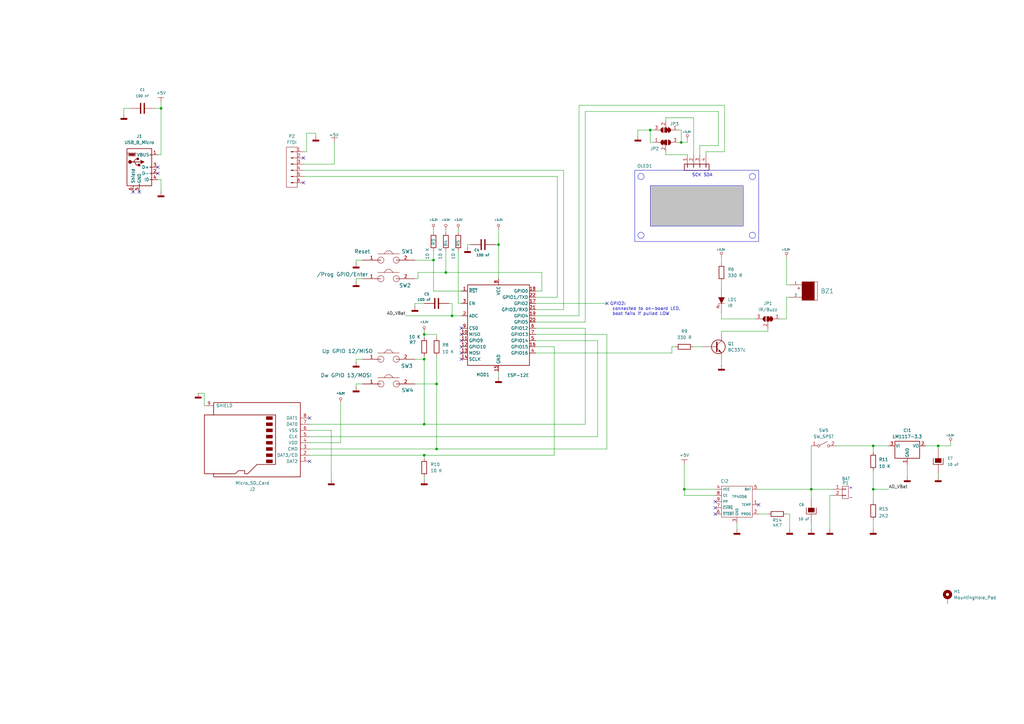
<source format=kicad_sch>
(kicad_sch (version 20250114) (generator "eeschema") (generator_version "9.0")
  (paper "A3")
  (title_block (title "Badge Garoa v2") (date "2025-08-06") (rev "2"))
  (lib_symbols
    (symbol "Connector:Micro_SD_Card" (pin_names (offset 1.016))
      (property "Reference" "J" (at -16.51 15.24 0))
      (property "Value" "Micro_SD_Card" (at 16.51 15.24 0))
      (symbol "Micro_SD_Card_0_1"
        (rectangle (start -7.62 8.255) (end -5.08 6.985) (fill (type outline)))
        (rectangle (start -7.62 5.715) (end -5.08 4.445) (fill (type outline)))
        (rectangle (start -7.62 3.175) (end -5.08 1.905) (fill (type outline)))
        (rectangle (start -7.62 0.635) (end -5.08 -0.635) (fill (type outline)))
        (rectangle (start -7.62 -1.905) (end -5.08 -3.175) (fill (type outline)))
        (rectangle (start -7.62 -4.445) (end -5.08 -5.715) (fill (type outline)))
        (rectangle (start -7.62 -6.985) (end -5.08 -8.255) (fill (type outline)))
        (rectangle (start -7.62 -9.525) (end -5.08 -10.795) (fill (type outline)))
        (polyline (pts (xy 16.51 12.7) (xy 16.51 13.97) (xy -19.05 13.97) (xy -19.05 -16.51) (xy 16.51 -16.51) (xy 16.51 -11.43)) (stroke (width 0.254)))
      )
      (symbol "Micro_SD_Card_1_1"
        (polyline (pts (xy -8.89 -11.43) (xy -8.89 8.89) (xy -1.27 8.89) (xy 2.54 12.7) (xy 3.81 12.7) (xy 3.81 11.43) (xy 6.35 11.43) (xy 7.62 12.7) (xy 20.32 12.7) (xy 20.32 -11.43) (xy -8.89 -11.43)) (stroke (width 0.254)))
        (pin bidirectional line (at -22.86 7.62 0) (length 3.81) (name "DAT2") (number "1"))
        (pin bidirectional line (at -22.86 5.08 0) (length 3.81) (name "DAT3/CD") (number "2"))
        (pin input line (at -22.86 2.54 0) (length 3.81) (name "CMD") (number "3"))
        (pin power_in line (at -22.86 0 0) (length 3.81) (name "VDD") (number "4"))
        (pin input line (at -22.86 -2.54 0) (length 3.81) (name "CLK") (number "5"))
        (pin power_in line (at -22.86 -5.08 0) (length 3.81) (name "VSS") (number "6"))
        (pin bidirectional line (at -22.86 -7.62 0) (length 3.81) (name "DAT0") (number "7"))
        (pin bidirectional line (at -22.86 -10.16 0) (length 3.81) (name "DAT1") (number "8"))
        (pin passive line (at 20.32 -15.24 180) (length 3.81) (name "SHIELD") (number "9"))
      )
    )
    (symbol "Connector:USB_B_Micro" (pin_names (offset 1.016))
      (property "Reference" "J" (at -5.08 11.43 0))
      (property "Value" "USB_B_Micro" (at -5.08 8.89 0))
      (symbol "USB_B_Micro_0_1"
        (polyline (pts (xy -4.699 5.842) (xy -4.699 5.588) (xy -4.445 4.826) (xy -4.445 4.572) (xy -1.651 4.572) (xy -1.651 4.826) (xy -1.397 5.588) (xy -1.397 5.842) (xy -4.699 5.842)))
        (polyline (pts (xy -4.318 5.588) (xy -1.778 5.588) (xy -2.032 4.826) (xy -4.064 4.826) (xy -4.318 5.588)) (fill (type outline)))
        (circle (center -3.81 2.159) (radius 0.635) (stroke (width 0.254)) (fill (type outline)))
        (polyline (pts (xy -3.175 2.159) (xy -2.54 2.159) (xy -1.27 3.429) (xy -0.635 3.429)) (stroke (width 0.254)))
        (polyline (pts (xy -2.54 2.159) (xy -1.905 2.159) (xy -1.27 0.889) (xy 0 0.889)) (stroke (width 0.254)))
        (polyline (pts (xy -1.905 2.159) (xy 0.635 2.159)) (stroke (width 0.254)))
        (circle (center -0.635 3.429) (radius 0.381) (stroke (width 0.254)) (fill (type outline)))
        (rectangle (start -0.127 -7.62) (end 0.127 -6.858))
        (rectangle (start 0.254 1.27) (end -0.508 0.508) (stroke (width 0.254)) (fill (type outline)))
        (polyline (pts (xy 0.635 2.794) (xy 0.635 1.524) (xy 1.905 2.159) (xy 0.635 2.794)) (stroke (width 0.254)) (fill (type outline)))
        (rectangle (start 5.08 4.953) (end 4.318 5.207))
        (rectangle (start 5.08 -0.127) (end 4.318 0.127))
        (rectangle (start 5.08 -2.667) (end 4.318 -2.413))
        (rectangle (start 5.08 -5.207) (end 4.318 -4.953))
      )
      (symbol "USB_B_Micro_1_1"
        (rectangle (start -5.08 7.62) (end 5.08 -7.62) (stroke (width 0.254)))
        (pin passive line (at -2.54 -10.16 90) (length 2.54) (name "Shield") (number "6"))
        (pin power_out line (at 0 -10.16 90) (length 2.54) (name "GND") (number "5"))
        (pin power_out line (at 7.62 5.08 180) (length 2.54) (name "VBUS") (number "1"))
        (pin bidirectional line (at 7.62 0 180) (length 2.54) (name "D+") (number "3"))
        (pin bidirectional line (at 7.62 -2.54 180) (length 2.54) (name "D-") (number "2"))
        (pin passive line (at 7.62 -5.08 180) (length 2.54) (name "ID") (number "4"))
      )
    )
    (symbol "Device:R" (pin_numbers (hide yes)) (pin_names (offset 0))
      (property "Reference" "R" (at 2.032 0 90))
      (property "Value" "R" (at 0 0 90))
      (symbol "R_0_1"
        (rectangle (start -1.016 -2.54) (end 1.016 2.54) (stroke (width 0.254)))
      )
      (symbol "R_1_1"
        (pin passive line (at 0 3.81 270) (length 1.27) (name "~") (number "1"))
        (pin passive line (at 0 -3.81 90) (length 1.27) (name "~") (number "2"))
      )
    )
    (symbol "FLEXiSG3-R1-cache:BUZZER" (pin_numbers (hide yes)) (pin_names (offset 0))
      (property "Reference" "BZ" (at -2.54 6.35 0))
      (symbol "BUZZER_0_0"
        (polyline (pts (xy -2.54 3.81) (xy 2.54 3.81) (xy 2.54 -3.81) (xy -2.54 -3.81) (xy -2.54 3.81)) (fill (type outline)))
        (text "+" (at -3.81 1.27 0) (effects (font (size 1.524 1.524))))
      )
      (symbol "BUZZER_0_1"
        (rectangle (start 2.54 3.81) (end 3.81 -3.81))
      )
      (symbol "BUZZER_1_1"
        (pin input line (at -7.62 2.54 0) (length 5.08) (name "1") (number "1"))
        (pin input line (at -7.62 -2.54 0) (length 5.08) (name "2") (number "2"))
      )
    )
    (symbol "FLEXiSG3-R1-cache:C" (pin_numbers (hide yes)) (pin_names (offset 0.254))
      (property "Reference" "C" (at 0 2.54 0))
      (property "Value" "C" (at 0.1524 -2.159 0))
      (symbol "C_0_1"
        (polyline (pts (xy -2.032 0.762) (xy 2.032 0.762)) (stroke (width 0.508)))
        (polyline (pts (xy -2.032 -0.762) (xy 2.032 -0.762)) (stroke (width 0.508)))
      )
      (symbol "C_1_1"
        (pin passive line (at 0 5.08 270) (length 4.318) (name "~") (number "1"))
        (pin passive line (at 0 -5.08 90) (length 4.318) (name "~") (number "2"))
      )
    )
    (symbol "FLEXiSG3-R1-cache:CONN_01X02" (pin_names (offset 1.016) (hide yes))
      (property "Reference" "P" (at 0 3.81 0))
      (property "Value" "CONN_01X02" (at 2.54 0 90))
      (symbol "CONN_01X02_0_1"
        (rectangle (start -1.27 2.54) (end 1.27 -2.54))
        (rectangle (start -1.27 1.397) (end 0.254 1.143))
        (rectangle (start -1.27 -1.143) (end 0.254 -1.397))
      )
      (symbol "CONN_01X02_1_1"
        (pin passive line (at -5.08 1.27 0) (length 3.81) (name "P1") (number "1"))
        (pin passive line (at -5.08 -1.27 0) (length 3.81) (name "P2") (number "2"))
      )
    )
    (symbol "Flexis PLUS-cache:CP" (pin_numbers (hide yes)) (pin_names (offset 0.254) (hide yes))
      (property "Reference" "C" (at 1.27 2.54 0))
      (property "Value" "CP" (at 1.27 -2.54 0))
      (symbol "CP_0_1"
        (polyline (pts (xy -2.032 1.27) (xy -2.032 -1.27) (xy 2.032 -1.27) (xy 2.032 1.27)) (stroke (width 0.2032)))
        (polyline (pts (xy -1.27 1.27) (xy -1.27 -0.508) (xy 1.27 -0.508) (xy 1.27 1.27)) (fill (type outline)))
      )
      (symbol "CP_1_1"
        (pin passive line (at 0 5.08 270) (length 3.81) (name "~") (number "1"))
        (pin passive line (at 0 -5.08 90) (length 3.81) (name "~") (number "2"))
      )
    )
    (symbol "Flexis PLUS-cache:SWITCH" (pin_names (offset 1.016))
      (property "Reference" "SW" (at 0 0 0))
      (property "Value" "SWITCH" (at 0 3.81 0))
      (symbol "SWITCH_0_1"
        (circle (center -3.81 -6.35) (radius 1.27))
        (polyline (pts (xy -2.54 -3.81) (xy -1.27 -2.54) (xy 0 -2.54) (xy 1.27 -3.81)))
        (circle (center 2.54 -6.35) (radius 1.27))
        (rectangle (start 3.81 -3.81) (end -5.08 -3.81))
      )
      (symbol "SWITCH_1_1"
        (pin passive line (at -11.43 -6.35 0) (length 7.62) (name "~") (number "1"))
        (pin passive line (at 10.16 -6.35 180) (length 7.62) (name "~") (number "2"))
      )
    )
    (symbol "Jumper:SolderJumper_3_Bridged12" (pin_names (offset 0) (hide yes)) (exclude_from_sim yes) (in_bom no)
      (property "Reference" "JP" (at -2.54 -2.54 0))
      (property "Value" "SolderJumper_3_Bridged12" (at 0 2.794 0))
      (symbol "SolderJumper_3_Bridged12_0_1"
        (polyline (pts (xy -2.54 0) (xy -2.032 0)))
        (polyline (pts (xy -1.016 1.016) (xy -1.016 -1.016)))
        (rectangle (start -1.016 0.508) (end -0.508 -0.508) (fill (type outline)))
        (arc (start -1.016 -1.016) (mid -2.0276 0) (end -1.016 1.016))
        (arc (start -1.016 -1.016) (mid -2.0276 0) (end -1.016 1.016) (fill (type outline)))
        (rectangle (start -0.508 1.016) (end 0.508 -1.016) (fill (type outline)))
        (polyline (pts (xy 0 -1.27) (xy 0 -1.016)))
        (arc (start 1.016 1.016) (mid 2.0276 0) (end 1.016 -1.016))
        (arc (start 1.016 1.016) (mid 2.0276 0) (end 1.016 -1.016) (fill (type outline)))
        (polyline (pts (xy 1.016 1.016) (xy 1.016 -1.016)))
        (polyline (pts (xy 2.54 0) (xy 2.032 0)))
      )
      (symbol "SolderJumper_3_Bridged12_1_1"
        (pin passive line (at -5.08 0 0) (length 2.54) (name "A") (number "1"))
        (pin passive line (at 0 -3.81 90) (length 2.54) (name "C") (number "2"))
        (pin passive line (at 5.08 0 180) (length 2.54) (name "B") (number "3"))
      )
    )
    (symbol "Lib_MAC_SCH (2):+3.3V" (power) (pin_numbers (hide yes)) (pin_names (offset 0) (hide yes))
      (property "Value" "+3.3V" (at 0 2.54 0))
      (symbol "+3.3V_0_0"
        (pin power_in line (at 0 0 90) (length 0) (hide yes) (name "+3.3V") (number "1"))
      )
      (symbol "+3.3V_0_1"
        (circle (center 0 1.524) (radius 0.508))
        (polyline (pts (xy 0 0) (xy 0 1.016) (xy 0 1.016)))
      )
    )
    (symbol "Lib_MAC_SCH (2):+5V" (power) (pin_numbers (hide yes)) (pin_names (offset 0) (hide yes))
      (property "Value" "+5V" (at 0 3.175 0))
      (symbol "+5V_0_1"
        (polyline (pts (xy -1.27 1.905) (xy 1.27 1.905)))
        (polyline (pts (xy 0 1.27) (xy 0 1.905)))
      )
      (symbol "+5V_1_1"
        (pin power_in line (at 0 0 90) (length 1.27) (name "+5V") (number "1"))
      )
    )
    (symbol "Lib_MAC_SCH (2):BC337c" (pin_numbers (hide yes)) (pin_names (offset 0) (hide yes))
      (property "Reference" "Q" (at 5.08 1.905 0))
      (property "Value" "BC337c" (at 5.08 0 0))
      (symbol "BC337c_0_1"
        (polyline (pts (xy 0 0) (xy 0.635 0)))
        (polyline (pts (xy 0.635 1.905) (xy 0.635 -1.905) (xy 0.635 -1.905)) (stroke (width 0.508)))
        (polyline (pts (xy 0.635 0.635) (xy 2.54 2.54)))
        (polyline (pts (xy 0.635 -0.635) (xy 2.54 -2.54) (xy 2.54 -2.54)))
        (circle (center 1.27 0) (radius 2.8194) (stroke (width 0.254)))
        (polyline (pts (xy 1.27 -1.778) (xy 1.778 -1.27) (xy 2.286 -2.286) (xy 1.27 -1.778) (xy 1.27 -1.778)) (fill (type outline)))
      )
      (symbol "BC337c_1_1"
        (pin input line (at -5.08 0 0) (length 5.08) (name "B") (number "2"))
        (pin passive line (at 2.54 5.08 270) (length 2.54) (name "C") (number "1"))
        (pin passive line (at 2.54 -5.08 90) (length 2.54) (name "E") (number "3"))
      )
    )
    (symbol "Lib_MAC_SCH (2):Conn_01x04" (pin_names (offset 1.016) (hide yes))
      (property "Reference" "P" (at 0 5.08 0))
      (symbol "Conn_01x04_1_1"
        (rectangle (start -1.27 3.81) (end 1.27 -6.35) (stroke (width 0.254)))
        (rectangle (start -1.27 2.667) (end 0 2.413) (stroke (width 0.1524)))
        (rectangle (start -1.27 0.127) (end 0 -0.127) (stroke (width 0.1524)))
        (rectangle (start -1.27 -2.413) (end 0 -2.667) (stroke (width 0.1524)))
        (rectangle (start -1.27 -4.953) (end 0 -5.207) (stroke (width 0.1524)))
        (pin passive line (at -5.08 2.54 0) (length 3.81) (name "Pin_1") (number "1"))
        (pin passive line (at -5.08 0 0) (length 3.81) (name "Pin_2") (number "2"))
        (pin passive line (at -5.08 -2.54 0) (length 3.81) (name "Pin_3") (number "3"))
        (pin passive line (at -5.08 -5.08 0) (length 3.81) (name "Pin_4") (number "4"))
      )
    )
    (symbol "Lib_MAC_SCH (2):Conn_01x06" (pin_names (offset 1.016) (hide yes))
      (property "Reference" "P" (at -1.27 8.255 0))
      (property "Value" "Conn_01x06" (at 3.81 -10.795 0))
      (symbol "Conn_01x06_0_1"
        (rectangle (start -1.905 6.985) (end 2.54 -9.525))
      )
      (symbol "Conn_01x06_1_1"
        (rectangle (start 0.8636 5.207) (end 0 4.953) (stroke (width 0.1524)) (fill (type outline)))
        (rectangle (start 0.8636 2.667) (end 0 2.413) (stroke (width 0.1524)) (fill (type outline)))
        (rectangle (start 0.8636 0.127) (end 0 -0.127) (stroke (width 0.1524)) (fill (type outline)))
        (rectangle (start 0.8636 -2.413) (end 0 -2.667) (stroke (width 0.1524)) (fill (type outline)))
        (rectangle (start 0.8636 -4.953) (end 0 -5.207) (stroke (width 0.1524)) (fill (type outline)))
        (rectangle (start 0.8636 -7.493) (end 0 -7.747) (stroke (width 0.1524)) (fill (type outline)))
        (polyline (pts (xy 1.27 5.08) (xy 0.8636 5.08)) (stroke (width 0.1524)))
        (polyline (pts (xy 1.27 2.54) (xy 0.8636 2.54)) (stroke (width 0.1524)))
        (polyline (pts (xy 1.27 0) (xy 0.8636 0)) (stroke (width 0.1524)))
        (polyline (pts (xy 1.27 -2.54) (xy 0.8636 -2.54)) (stroke (width 0.1524)))
        (polyline (pts (xy 1.27 -5.08) (xy 0.8636 -5.08)) (stroke (width 0.1524)))
        (polyline (pts (xy 1.27 -7.62) (xy 0.8636 -7.62)) (stroke (width 0.1524)))
        (pin passive line (at 5.08 5.08 180) (length 3.81) (name "Pin_1") (number "1"))
        (pin passive line (at 5.08 2.54 180) (length 3.81) (name "Pin_2") (number "2"))
        (pin passive line (at 5.08 0 180) (length 3.81) (name "Pin_3") (number "3"))
        (pin passive line (at 5.08 -2.54 180) (length 3.81) (name "Pin_4") (number "4"))
        (pin passive line (at 5.08 -5.08 180) (length 3.81) (name "Pin_5") (number "5"))
        (pin passive line (at 5.08 -7.62 180) (length 3.81) (name "Pin_6") (number "6"))
      )
    )
    (symbol "Lib_MAC_SCH (2):LED_GERAL" (pin_numbers (hide yes)) (pin_names (offset 1.016) (hide yes))
      (property "Reference" "LD" (at 0 2.54 0))
      (property "Value" "LED_GERAL" (at 0 -2.54 0))
      (symbol "LED_GERAL_0_1"
        (polyline (pts (xy -1.27 1.27) (xy 1.27 0) (xy -1.27 -1.27)) (fill (type outline)))
        (polyline (pts (xy 1.27 1.27) (xy 1.27 -1.27)))
        (polyline (pts (xy 1.651 -1.016) (xy 2.794 -2.032) (xy 2.667 -1.397)))
        (polyline (pts (xy 2.032 -0.635) (xy 3.175 -1.651) (xy 3.048 -1.016)))
      )
      (symbol "LED_GERAL_1_1"
        (pin passive line (at -5.08 0 0) (length 3.81) (name "A") (number "1"))
        (pin passive line (at 5.08 0 180) (length 3.81) (name "K") (number "2"))
      )
    )
    (symbol "Lib_MAC_Sch:LM1117-3.3" (pin_names (offset 0.254))
      (property "Reference" "CI" (at -3.81 3.175 0))
      (property "Value" "LM1117-3.3" (at 0 3.175 0))
      (symbol "LM1117-3.3_0_1"
        (rectangle (start -5.08 -5.08) (end 5.08 1.905) (stroke (width 0.254)))
      )
      (symbol "LM1117-3.3_1_1"
        (pin power_in line (at -7.62 0 0) (length 2.54) (name "VI") (number "3"))
        (pin power_in line (at 0 -7.62 90) (length 2.54) (name "GND") (number "1"))
        (pin power_out line (at 7.62 0 180) (length 2.54) (name "VO") (number "2"))
      )
    )
    (symbol "Mechanical:MountingHole_Pad" (pin_numbers (hide yes)) (pin_names (offset 1.016) (hide yes)) (exclude_from_sim yes) (in_bom no)
      (property "Reference" "H" (at 0 6.35 0))
      (property "Value" "MountingHole_Pad" (at 0 4.445 0))
      (symbol "MountingHole_Pad_0_1"
        (circle (center 0 1.27) (radius 1.27) (stroke (width 1.27)))
      )
      (symbol "MountingHole_Pad_1_1"
        (pin input line (at 0 -2.54 90) (length 2.54) (name "1") (number "1"))
      )
    )
    (symbol "RF_Module:ESP-12E"
      (property "Reference" "U" (at -12.7 19.05 0))
      (property "Value" "ESP-12E" (at 12.7 19.05 0))
      (symbol "ESP-12E_1_1"
        (rectangle (start -12.7 17.78) (end 12.7 -15.24) (stroke (width 0.254)))
        (pin input line (at -15.24 15.24 0) (length 2.54) (name "~{RST}") (number "1"))
        (pin input line (at -15.24 10.16 0) (length 2.54) (name "EN") (number "3"))
        (pin input line (at -15.24 5.08 0) (length 2.54) (name "ADC") (number "2"))
        (pin input line (at -15.24 0 0) (length 2.54) (name "CS0") (number "9"))
        (pin bidirectional line (at -15.24 -2.54 0) (length 2.54) (name "MISO") (number "10"))
        (pin bidirectional line (at -15.24 -5.08 0) (length 2.54) (name "GPIO9") (number "11"))
        (pin bidirectional line (at -15.24 -7.62 0) (length 2.54) (name "GPIO10") (number "12"))
        (pin bidirectional line (at -15.24 -10.16 0) (length 2.54) (name "MOSI") (number "13"))
        (pin bidirectional line (at -15.24 -12.7 0) (length 2.54) (name "SCLK") (number "14"))
        (pin power_in line (at 0 20.32 270) (length 2.54) (name "VCC") (number "8"))
        (pin power_in line (at 0 -17.78 90) (length 2.54) (name "GND") (number "15"))
        (pin bidirectional line (at 15.24 15.24 180) (length 2.54) (name "GPIO0") (number "18"))
        (pin bidirectional line (at 15.24 12.7 180) (length 2.54) (name "GPIO1/TXD") (number "22"))
        (pin bidirectional line (at 15.24 10.16 180) (length 2.54) (name "GPIO2") (number "17"))
        (pin bidirectional line (at 15.24 7.62 180) (length 2.54) (name "GPIO3/RXD") (number "21"))
        (pin bidirectional line (at 15.24 5.08 180) (length 2.54) (name "GPIO4") (number "19"))
        (pin bidirectional line (at 15.24 2.54 180) (length 2.54) (name "GPIO5") (number "20"))
        (pin bidirectional line (at 15.24 0 180) (length 2.54) (name "GPIO12") (number "6"))
        (pin bidirectional line (at 15.24 -2.54 180) (length 2.54) (name "GPIO13") (number "7"))
        (pin bidirectional line (at 15.24 -5.08 180) (length 2.54) (name "GPIO14") (number "5"))
        (pin bidirectional line (at 15.24 -7.62 180) (length 2.54) (name "GPIO15") (number "16"))
        (pin bidirectional line (at 15.24 -10.16 180) (length 2.54) (name "GPIO16") (number "4"))
      )
    )
    (symbol "Switch:SW_SPST" (pin_names (offset 0) (hide yes))
      (property "Reference" "SW" (at 0 3.175 0))
      (property "Value" "SW_SPST" (at 0 -2.54 0))
      (symbol "SW_SPST_0_0"
        (circle (center -2.032 0) (radius 0.508))
        (polyline (pts (xy -1.524 0.254) (xy 1.524 1.778)))
        (circle (center 2.032 0) (radius 0.508))
      )
      (symbol "SW_SPST_1_1"
        (pin passive line (at -5.08 0 0) (length 2.54) (name "A") (number "1"))
        (pin passive line (at 5.08 0 180) (length 2.54) (name "B") (number "2"))
      )
    )
    (symbol "power:GNDD" (power) (pin_numbers (hide yes)) (pin_names (offset 0) (hide yes))
      (property "Value" "GNDD" (at 0 -3.175 0))
      (symbol "GNDD_0_1"
        (rectangle (start -1.27 -1.524) (end 1.27 -2.032) (stroke (width 0.254)) (fill (type outline)))
        (polyline (pts (xy 0 0) (xy 0 -1.524)))
      )
      (symbol "GNDD_1_1"
        (pin power_in line (at 0 0 270) (length 0) (name "~") (number "1"))
      )
    )
    (symbol "tp4056:TP4056"
      (property "Reference" "U" (at 1.27 13.97 0))
      (property "Value" "TP4056" (at 8.89 13.97 0))
      (symbol "TP4056_0_1"
        (rectangle (start 0 12.7) (end 12.7 0))
      )
      (symbol "TP4056_1_1"
        (pin input line (at -2.54 11.43 0) (length 2.54) (name "VCC") (number "4"))
        (pin input line (at -2.54 8.89 0) (length 2.54) (name "CE") (number "8"))
        (pin input line (at -2.54 6.35 0) (length 2.54) (name "PP") (number "9"))
        (pin input line (at -2.54 3.81 0) (length 2.54) (name "~{CHRG}") (number "7"))
        (pin input line (at -2.54 1.27 0) (length 2.54) (name "~{STDBY}") (number "6"))
        (pin input line (at 6.35 -2.54 90) (length 2.54) (name "GND") (number "3"))
        (pin input line (at 15.24 11.43 180) (length 2.54) (name "BAT") (number "5"))
        (pin input line (at 15.24 5.08 180) (length 2.54) (name "TEMP") (number "1"))
        (pin input line (at 15.24 1.27 180) (length 2.54) (name "PROG") (number "2"))
      )
    )
  )
  (circle (center 308.61 96.52) (radius 1.27))
  (rectangle (start 266.7 76.2) (end 304.8 92.71) (fill (type color) (color 194 194 194 1)))
  (rectangle (start 260.35 69.85) (end 311.15 99.06))
  (circle (center 308.61 72.39) (radius 1.27))
  (circle (center 262.89 96.52) (radius 1.27))
  (circle (center 262.89 72.39) (radius 1.27))
  (text "+\n\n-" (at 348.996 202.184 0) (effects (font (size 1.27 1.27))))
  (text "SCK SDA" (at 288.036 71.882 0) (effects (font (size 1.27 1.27))))
  (text "GPIO2:\n connected to on-board LED, \n boot fails if pulled LOW" (at 250.19 126.746 0) (effects (font (size 1.27 1.27)) (justify left)))
  (junction (at 177.8 106.68))
  (junction (at 280.67 200.66))
  (junction (at 182.88 111.76))
  (junction (at 179.07 184.15))
  (junction (at 279.4 58.42))
  (junction (at 173.99 137.16))
  (junction (at 66.04 44.45))
  (junction (at 358.14 200.66))
  (junction (at 204.47 100.33))
  (junction (at 179.07 157.48))
  (junction (at 173.99 147.32))
  (junction (at 173.99 173.99))
  (junction (at 358.14 182.88))
  (junction (at 266.7 53.34))
  (junction (at 185.42 129.54))
  (junction (at 173.99 186.69))
  (junction (at 384.81 182.88))
  (junction (at 332.74 200.66))
  (no_connect (at 124.46 64.77))
  (no_connect (at 64.77 68.58))
  (no_connect (at 293.37 208.28))
  (no_connect (at 124.46 74.93))
  (no_connect (at 54.61 78.74))
  (no_connect (at 189.23 147.32))
  (no_connect (at 189.23 142.24))
  (no_connect (at 248.92 124.46))
  (no_connect (at 189.23 134.62))
  (no_connect (at 189.23 137.16))
  (no_connect (at 293.37 210.82))
  (no_connect (at 127 171.45))
  (no_connect (at 293.37 205.74))
  (no_connect (at 127 189.23))
  (no_connect (at 64.77 71.12))
  (no_connect (at 57.15 78.74))
  (no_connect (at 189.23 139.7))
  (no_connect (at 189.23 144.78))
  (no_connect (at 311.15 207.01))
  (wire (pts (xy 297.18 43.18) (xy 297.18 62.23)))
  (wire (pts (xy 66.04 63.5) (xy 64.77 63.5)))
  (wire (pts (xy 273.05 63.5) (xy 281.94 63.5)))
  (wire (pts (xy 332.74 200.66) (xy 332.74 204.47)))
  (wire (pts (xy 191.77 100.33) (xy 191.77 101.6)))
  (wire (pts (xy 273.05 62.23) (xy 273.05 63.5)))
  (wire (pts (xy 173.99 186.69) (xy 227.33 186.69)))
  (wire (pts (xy 294.64 45.72) (xy 240.03 45.72)))
  (wire (pts (xy 358.14 182.88) (xy 358.14 185.42)))
  (wire (pts (xy 135.89 176.53) (xy 135.89 196.85)))
  (wire (pts (xy 322.58 130.81) (xy 322.58 121.92)))
  (wire (pts (xy 146.05 157.48) (xy 148.59 157.48)))
  (wire (pts (xy 63.5 44.45) (xy 66.04 44.45)))
  (wire (pts (xy 219.71 127) (xy 231.14 127)))
  (wire (pts (xy 279.4 53.34) (xy 279.4 58.42)))
  (wire (pts (xy 273.05 49.53) (xy 273.05 48.26)))
  (wire (pts (xy 204.47 152.4) (xy 204.47 154.94)))
  (wire (pts (xy 332.74 182.88) (xy 332.74 200.66)))
  (wire (pts (xy 219.71 139.7) (xy 245.11 139.7)))
  (wire (pts (xy 322.58 121.92) (xy 323.85 121.92)))
  (wire (pts (xy 245.11 139.7) (xy 245.11 179.07)))
  (wire (pts (xy 340.36 203.2) (xy 341.63 203.2)))
  (wire (pts (xy 124.46 62.23) (xy 125.73 62.23)))
  (wire (pts (xy 248.92 137.16) (xy 248.92 184.15)))
  (wire (pts (xy 384.81 182.88) (xy 384.81 184.15)))
  (wire (pts (xy 293.37 203.2) (xy 280.67 203.2)))
  (wire (pts (xy 83.82 161.29) (xy 83.82 166.37)))
  (wire (pts (xy 127 179.07) (xy 245.11 179.07)))
  (wire (pts (xy 166.37 129.54) (xy 185.42 129.54)))
  (wire (pts (xy 170.18 106.68) (xy 177.8 106.68)))
  (wire (pts (xy 204.47 93.98) (xy 204.47 100.33)))
  (wire (pts (xy 280.67 203.2) (xy 280.67 200.66)))
  (wire (pts (xy 179.07 157.48) (xy 179.07 184.15)))
  (wire (pts (xy 289.56 62.23) (xy 289.56 63.5)))
  (wire (pts (xy 372.11 190.5) (xy 372.11 195.58)))
  (wire (pts (xy 127 184.15) (xy 179.07 184.15)))
  (wire (pts (xy 50.8 46.99) (xy 50.8 44.45)))
  (wire (pts (xy 219.71 134.62) (xy 240.03 134.62)))
  (wire (pts (xy 179.07 146.05) (xy 179.07 157.48)))
  (wire (pts (xy 127 181.61) (xy 139.7 181.61)))
  (wire (pts (xy 219.71 124.46) (xy 248.92 124.46)))
  (wire (pts (xy 146.05 158.75) (xy 146.05 157.48)))
  (wire (pts (xy 66.04 41.91) (xy 66.04 44.45)))
  (wire (pts (xy 261.62 53.34) (xy 266.7 53.34)))
  (wire (pts (xy 124.46 67.31) (xy 137.16 67.31)))
  (wire (pts (xy 295.91 115.57) (xy 295.91 118.11)))
  (wire (pts (xy 227.33 142.24) (xy 227.33 186.69)))
  (wire (pts (xy 384.81 194.31) (xy 384.81 195.58)))
  (wire (pts (xy 219.71 121.92) (xy 228.6 121.92)))
  (wire (pts (xy 379.73 182.88) (xy 384.81 182.88)))
  (wire (pts (xy 294.64 59.69) (xy 294.64 45.72)))
  (wire (pts (xy 273.05 48.26) (xy 284.48 48.26)))
  (wire (pts (xy 124.46 69.85) (xy 231.14 69.85)))
  (wire (pts (xy 358.14 182.88) (xy 364.49 182.88)))
  (wire (pts (xy 179.07 184.15) (xy 248.92 184.15)))
  (wire (pts (xy 297.18 62.23) (xy 289.56 62.23)))
  (wire (pts (xy 177.8 106.68) (xy 177.8 119.38)))
  (wire (pts (xy 173.99 147.32) (xy 173.99 173.99)))
  (wire (pts (xy 170.18 147.32) (xy 173.99 147.32)))
  (wire (pts (xy 171.45 114.3) (xy 171.45 111.76)))
  (wire (pts (xy 179.07 157.48) (xy 170.18 157.48)))
  (wire (pts (xy 237.49 43.18) (xy 297.18 43.18)))
  (wire (pts (xy 182.88 111.76) (xy 222.25 111.76)))
  (wire (pts (xy 146.05 115.57) (xy 146.05 114.3)))
  (wire (pts (xy 170.18 124.46) (xy 173.99 124.46)))
  (wire (pts (xy 287.02 63.5) (xy 287.02 59.69)))
  (wire (pts (xy 146.05 107.95) (xy 146.05 106.68)))
  (wire (pts (xy 358.14 213.36) (xy 358.14 217.17)))
  (wire (pts (xy 219.71 144.78) (xy 275.59 144.78)))
  (wire (pts (xy 332.74 214.63) (xy 332.74 217.17)))
  (wire (pts (xy 125.73 62.23) (xy 125.73 54.61)))
  (wire (pts (xy 340.36 203.2) (xy 340.36 217.17)))
  (wire (pts (xy 284.48 142.24) (xy 288.29 142.24)))
  (wire (pts (xy 275.59 142.24) (xy 276.86 142.24)))
  (wire (pts (xy 182.88 93.98) (xy 182.88 95.25)))
  (wire (pts (xy 389.89 181.61) (xy 389.89 182.88)))
  (wire (pts (xy 311.15 210.82) (xy 314.96 210.82)))
  (wire (pts (xy 219.71 137.16) (xy 248.92 137.16)))
  (wire (pts (xy 177.8 93.98) (xy 177.8 95.25)))
  (wire (pts (xy 171.45 114.3) (xy 170.18 114.3)))
  (wire (pts (xy 322.58 116.84) (xy 323.85 116.84)))
  (wire (pts (xy 187.96 102.87) (xy 187.96 124.46)))
  (wire (pts (xy 280.67 190.5) (xy 280.67 200.66)))
  (wire (pts (xy 173.99 135.89) (xy 173.99 137.16)))
  (wire (pts (xy 127 173.99) (xy 173.99 173.99)))
  (wire (pts (xy 170.18 125.73) (xy 170.18 124.46)))
  (wire (pts (xy 311.15 200.66) (xy 332.74 200.66)))
  (wire (pts (xy 173.99 137.16) (xy 179.07 137.16)))
  (wire (pts (xy 295.91 128.27) (xy 295.91 130.81)))
  (wire (pts (xy 231.14 69.85) (xy 231.14 127)))
  (wire (pts (xy 322.58 105.41) (xy 322.58 116.84)))
  (wire (pts (xy 137.16 58.42) (xy 137.16 67.31)))
  (wire (pts (xy 204.47 100.33) (xy 203.2 100.33)))
  (wire (pts (xy 227.33 142.24) (xy 219.71 142.24)))
  (wire (pts (xy 173.99 187.96) (xy 173.99 186.69)))
  (wire (pts (xy 295.91 137.16) (xy 295.91 135.89)))
  (wire (pts (xy 187.96 93.98) (xy 187.96 95.25)))
  (wire (pts (xy 309.88 130.81) (xy 295.91 130.81)))
  (wire (pts (xy 66.04 44.45) (xy 66.04 63.5)))
  (wire (pts (xy 228.6 121.92) (xy 228.6 72.39)))
  (wire (pts (xy 295.91 147.32) (xy 295.91 149.86)))
  (wire (pts (xy 66.04 73.66) (xy 66.04 78.74)))
  (wire (pts (xy 279.4 53.34) (xy 278.13 53.34)))
  (wire (pts (xy 146.05 148.59) (xy 146.05 147.32)))
  (wire (pts (xy 50.8 44.45) (xy 53.34 44.45)))
  (wire (pts (xy 182.88 102.87) (xy 182.88 111.76)))
  (wire (pts (xy 261.62 55.88) (xy 261.62 53.34)))
  (wire (pts (xy 129.54 54.61) (xy 129.54 55.88)))
  (wire (pts (xy 240.03 134.62) (xy 240.03 173.99)))
  (wire (pts (xy 185.42 124.46) (xy 185.42 129.54)))
  (wire (pts (xy 173.99 137.16) (xy 173.99 138.43)))
  (wire (pts (xy 281.94 57.15) (xy 281.94 58.42)))
  (wire (pts (xy 295.91 105.41) (xy 295.91 107.95)))
  (wire (pts (xy 275.59 144.78) (xy 275.59 142.24)))
  (wire (pts (xy 127 186.69) (xy 173.99 186.69)))
  (wire (pts (xy 139.7 165.1) (xy 139.7 181.61)))
  (wire (pts (xy 124.46 72.39) (xy 228.6 72.39)))
  (wire (pts (xy 177.8 119.38) (xy 189.23 119.38)))
  (wire (pts (xy 295.91 135.89) (xy 314.96 135.89)))
  (wire (pts (xy 219.71 132.08) (xy 240.03 132.08)))
  (wire (pts (xy 266.7 53.34) (xy 266.7 58.42)))
  (wire (pts (xy 237.49 129.54) (xy 237.49 43.18)))
  (wire (pts (xy 323.85 210.82) (xy 323.85 217.17)))
  (wire (pts (xy 219.71 129.54) (xy 237.49 129.54)))
  (wire (pts (xy 173.99 195.58) (xy 173.99 196.85)))
  (wire (pts (xy 185.42 129.54) (xy 189.23 129.54)))
  (wire (pts (xy 284.48 48.26) (xy 284.48 63.5)))
  (wire (pts (xy 185.42 124.46) (xy 184.15 124.46)))
  (wire (pts (xy 173.99 173.99) (xy 240.03 173.99)))
  (wire (pts (xy 314.96 134.62) (xy 314.96 135.89)))
  (wire (pts (xy 204.47 100.33) (xy 204.47 114.3)))
  (wire (pts (xy 358.14 193.04) (xy 358.14 200.66)))
  (wire (pts (xy 81.28 161.29) (xy 83.82 161.29)))
  (wire (pts (xy 384.81 182.88) (xy 389.89 182.88)))
  (wire (pts (xy 240.03 45.72) (xy 240.03 132.08)))
  (wire (pts (xy 320.04 130.81) (xy 322.58 130.81)))
  (wire (pts (xy 342.9 182.88) (xy 358.14 182.88)))
  (wire (pts (xy 127 176.53) (xy 135.89 176.53)))
  (wire (pts (xy 177.8 102.87) (xy 177.8 106.68)))
  (wire (pts (xy 293.37 200.66) (xy 280.67 200.66)))
  (wire (pts (xy 187.96 124.46) (xy 189.23 124.46)))
  (wire (pts (xy 332.74 200.66) (xy 341.63 200.66)))
  (wire (pts (xy 193.04 100.33) (xy 191.77 100.33)))
  (wire (pts (xy 146.05 106.68) (xy 148.59 106.68)))
  (wire (pts (xy 302.26 214.63) (xy 302.26 217.17)))
  (wire (pts (xy 146.05 147.32) (xy 148.59 147.32)))
  (wire (pts (xy 64.77 73.66) (xy 66.04 73.66)))
  (wire (pts (xy 266.7 58.42) (xy 267.97 58.42)))
  (wire (pts (xy 173.99 146.05) (xy 173.99 147.32)))
  (wire (pts (xy 146.05 114.3) (xy 148.59 114.3)))
  (wire (pts (xy 279.4 58.42) (xy 281.94 58.42)))
  (wire (pts (xy 125.73 54.61) (xy 129.54 54.61)))
  (wire (pts (xy 358.14 200.66) (xy 364.49 200.66)))
  (wire (pts (xy 222.25 119.38) (xy 219.71 119.38)))
  (wire (pts (xy 266.7 53.34) (xy 267.97 53.34)))
  (wire (pts (xy 171.45 111.76) (xy 182.88 111.76)))
  (wire (pts (xy 179.07 138.43) (xy 179.07 137.16)))
  (wire (pts (xy 358.14 200.66) (xy 358.14 205.74)))
  (wire (pts (xy 222.25 111.76) (xy 222.25 119.38)))
  (wire (pts (xy 322.58 210.82) (xy 323.85 210.82)))
  (wire (pts (xy 279.4 58.42) (xy 278.13 58.42)))
  (wire (pts (xy 287.02 59.69) (xy 294.64 59.69)))
  (label "AD_VBat" (at 166.37 129.54 180))
  (label "AD_VBat" (at 364.49 200.66 0))
  (symbol (lib_id "power:GNDD") (at 81.28 161.29 0) (unit 1)
    (property "Reference" "#PWR026" (effects (hide yes)))
    (property "Value" "GNDD" (effects (hide yes)))
    (property "Description" "Power symbol creates a global label with name \"GNDD\" , digital ground" (effects (hide yes)))
  )
  (symbol (lib_id "power:GNDD") (at 146.05 158.75 0) (unit 1)
    (property "Reference" "#PWR025" (effects (hide yes)))
    (property "Value" "GNDD" (effects (hide yes)))
    (property "Description" "Power symbol creates a global label with name \"GNDD\" , digital ground" (effects (hide yes)))
  )
  (symbol (lib_id "Device:R") (at 182.88 99.06 180) (unit 1)
    (property "Reference" "R4" (at 182.88 101.092 90) (effects (justify right)))
    (property "Value" "10 K" (at 180.594 106.426 90) (effects (justify right)))
    (property "Footprint" "Resistor_THT:R_Axial_DIN0204_L3.6mm_D1.6mm_P7.62mm_Horizontal" (effects (hide yes)))
    (property "Description" "Resistor" (effects (hide yes)))
  )
  (symbol (lib_id "Jumper:SolderJumper_3_Bridged12") (at 273.05 53.34 180) (unit 1)
    (property "Reference" "JP3" (at 276.606 50.8 0))
    (property "Value" "IR/Buzz" (effects (hide yes)))
    (property "Footprint" "Jumper:SolderJumper-3_P1.3mm_Bridged12_Pad1.0x1.5mm" (effects (hide yes)))
    (property "Description" "3-pole Solder Jumper, pins 1+2 closed/bridged" (effects (hide yes)))
  )
  (symbol (lib_id "Lib_MAC_SCH (2):+3.3V") (at 182.88 93.98 0) (unit 1)
    (property "Reference" "#PWR09" (effects (hide yes)))
    (property "Value" "+3.3V" (at 182.88 90.17 0) (effects (font (size 0.762 0.762))))
  )
  (symbol (lib_id "Lib_MAC_SCH (2):+3.3V") (at 177.8 93.98 0) (unit 1)
    (property "Reference" "#PWR08" (effects (hide yes)))
    (property "Value" "+3.3V" (at 177.8 90.17 0) (effects (font (size 0.762 0.762))))
  )
  (symbol (lib_id "FLEXiSG3-R1-cache:BUZZER") (at 331.47 119.38 0) (unit 1)
    (property "Reference" "BZ1" (at 336.55 119.3799 0) (effects (font (size 1.778 1.778)) (justify left)))
    (property "Value" "BUZZER MLT-8530" (effects (hide yes)))
    (property "Footprint" "Buzzer_Beeper:MagneticBuzzer_Kobitone_254-EMB84Q-RO" (effects (hide yes)))
    (property "Datasheet" "file:///C:/Users/Hawk/Documents/PDFs/Buzzer%20MLT-8530.pdf" (effects (hide yes)))
    (property "Description" "http://www.huawha.com" (effects (hide yes)))
  )
  (symbol (lib_id "power:GNDD") (at 302.26 217.17 0) (unit 1)
    (property "Reference" "#PWR037" (effects (hide yes)))
    (property "Value" "GNDD" (effects (hide yes)))
    (property "Description" "Power symbol creates a global label with name \"GNDD\" , digital ground" (effects (hide yes)))
  )
  (symbol (lib_id "Lib_MAC_SCH (2):Conn_01x06") (at 119.38 67.31 0) (unit 1)
    (property "Reference" "P2" (at 119.6975 55.88 0))
    (property "Value" "FTDI" (at 119.6975 58.42 0))
    (property "Footprint" "Lib_MAC_v5:CON6ICSP" (effects (hide yes)))
    (property "Description" "Generic connector, single row, 01x06, script generated (kicad-library-utils/schlib/autogen/connector/)" (effects (hide yes)))
  )
  (symbol (lib_id "FLEXiSG3-R1-cache:CONN_01X02") (at 346.71 201.93 0) (unit 1)
    (property "Reference" "P1" (at 345.44 198.12 0) (effects (justify left)))
    (property "Value" "BAT" (at 345.186 196.342 0) (effects (justify left)))
    (property "Footprint" "Connector_PinHeader_2.54mm:PinHeader_1x02_P2.54mm_Vertical" (effects (hide yes)))
  )
  (symbol (lib_id "power:GNDD") (at 332.74 217.17 0) (unit 1)
    (property "Reference" "#PWR031" (effects (hide yes)))
    (property "Value" "GNDD" (effects (hide yes)))
    (property "Description" "Power symbol creates a global label with name \"GNDD\" , digital ground" (effects (hide yes)))
  )
  (symbol (lib_id "power:GNDD") (at 173.99 196.85 0) (unit 1)
    (property "Reference" "#PWR035" (effects (hide yes)))
    (property "Value" "GNDD" (effects (hide yes)))
    (property "Description" "Power symbol creates a global label with name \"GNDD\" , digital ground" (effects (hide yes)))
  )
  (symbol (lib_id "Flexis PLUS-cache:CP") (at 332.74 209.55 0) (unit 1)
    (property "Reference" "C6" (at 327.66 207.01 0) (effects (font (size 1.016 1.016)) (justify left)))
    (property "Value" "10 uF" (at 327.406 212.852 0) (effects (font (size 1.016 1.016)) (justify left)))
    (property "Footprint" "Capacitor_THT:CP_Radial_D5.0mm_P2.50mm" (effects (hide yes)))
  )
  (symbol (lib_id "Lib_MAC_SCH (2):+3.3V") (at 322.58 105.41 0) (unit 1)
    (property "Reference" "#PWR036" (effects (hide yes)))
    (property "Value" "+3.3V" (at 322.326 102.362 0) (effects (font (size 0.762 0.762))))
  )
  (symbol (lib_id "Device:R") (at 173.99 142.24 180) (unit 1)
    (property "Reference" "R7" (at 167.894 140.462 0) (effects (justify right)))
    (property "Value" "10 K" (at 167.64 138.176 0) (effects (justify right)))
    (property "Footprint" "Resistor_THT:R_Axial_DIN0204_L3.6mm_D1.6mm_P7.62mm_Horizontal" (effects (hide yes)))
    (property "Description" "Resistor" (effects (hide yes)))
  )
  (symbol (lib_id "Lib_MAC_SCH (2):+3.3V") (at 389.89 181.61 0) (unit 1)
    (property "Reference" "#PWR029" (effects (hide yes)))
    (property "Value" "+3.3V" (at 389.636 178.562 0) (effects (font (size 0.762 0.762))))
  )
  (symbol (lib_id "Switch:SW_SPST") (at 337.82 182.88 0) (unit 1)
    (property "Reference" "SW5" (at 337.82 176.53 0))
    (property "Value" "SW_SPST" (at 337.82 179.07 0))
    (property "Footprint" "Button_Switch_SMD:SW_SPDT_CK_JS102011SAQN" (effects (hide yes)))
    (property "Description" "Single Pole Single Throw (SPST) switch" (effects (hide yes)))
  )
  (symbol (lib_id "power:GNDD") (at 358.14 217.17 0) (unit 1)
    (property "Reference" "#PWR042" (effects (hide yes)))
    (property "Value" "GNDD" (effects (hide yes)))
    (property "Description" "Power symbol creates a global label with name \"GNDD\" , digital ground" (effects (hide yes)))
  )
  (symbol (lib_id "Flexis PLUS-cache:SWITCH") (at 160.02 107.95 0) (unit 1)
    (property "Reference" "SW2" (at 166.116 117.094 0) (effects (font (size 1.524 1.524))))
    (property "Value" "/Prog GPIO/Enter" (at 140.462 112.522 0) (effects (font (size 1.524 1.524))))
    (property "Footprint" "Button_Switch_SMD:SW_SPST_CK_RS282G05A3" (effects (hide yes)))
  )
  (symbol (lib_id "Device:R") (at 280.67 142.24 90) (unit 1)
    (property "Reference" "R9" (at 280.67 135.89 90))
    (property "Value" "330 R" (at 280.67 138.43 90))
    (property "Footprint" "Resistor_THT:R_Axial_DIN0204_L3.6mm_D1.6mm_P7.62mm_Horizontal" (effects (hide yes)))
    (property "Description" "Resistor" (effects (hide yes)))
  )
  (symbol (lib_id "power:GNDD") (at 50.8 46.99 0) (unit 1)
    (property "Reference" "#PWR02" (effects (hide yes)))
    (property "Value" "GNDD" (effects (hide yes)))
    (property "Description" "Power symbol creates a global label with name \"GNDD\" , digital ground" (effects (hide yes)))
  )
  (symbol (lib_id "Lib_MAC_SCH (2):LED_GERAL") (at 295.91 123.19 270) (unit 1)
    (property "Reference" "LD1" (at 298.45 122.8724 90) (effects (justify left)))
    (property "Value" "IR" (at 298.45 125.4124 90) (effects (justify left)))
    (property "Footprint" "LED_THT:LED_D5.0mm_Horizontal_O1.27mm_Z3.0mm_Clear" (effects (hide yes)))
  )
  (symbol (lib_id "Lib_MAC_SCH (2):+3.3V") (at 295.91 105.41 0) (unit 1)
    (property "Reference" "#PWR018" (effects (hide yes)))
    (property "Value" "+3.3V" (at 295.656 102.362 0) (effects (font (size 0.762 0.762))))
  )
  (symbol (lib_id "power:GNDD") (at 384.81 195.58 0) (unit 1)
    (property "Reference" "#PWR033" (effects (hide yes)))
    (property "Value" "GNDD" (effects (hide yes)))
    (property "Description" "Power symbol creates a global label with name \"GNDD\" , digital ground" (effects (hide yes)))
  )
  (symbol (lib_id "Jumper:SolderJumper_3_Bridged12") (at 314.96 130.81 0) (mirror y) (unit 1)
    (property "Reference" "JP1" (at 314.96 124.46 0))
    (property "Value" "IR/Buzz" (at 314.96 127 0))
    (property "Footprint" "Jumper:SolderJumper-3_P1.3mm_Bridged12_Pad1.0x1.5mm" (effects (hide yes)))
    (property "Description" "3-pole Solder Jumper, pins 1+2 closed/bridged" (effects (hide yes)))
  )
  (symbol (lib_id "Device:R") (at 358.14 189.23 180) (unit 1)
    (property "Reference" "R11" (at 360.426 188.468 0) (effects (justify right)))
    (property "Value" "10 K" (at 360.426 191.262 0) (effects (justify right)))
    (property "Footprint" "Resistor_THT:R_Axial_DIN0204_L3.6mm_D1.6mm_P7.62mm_Horizontal" (effects (hide yes)))
    (property "Description" "Resistor" (effects (hide yes)))
  )
  (symbol (lib_id "Lib_MAC_SCH (2):Conn_01x04") (at 284.48 68.58 90) (mirror x) (unit 1)
    (property "Reference" "OLED1" (at 264.414 68.072 90))
    (property "Value" "Conn_01x04" (effects (hide yes)))
    (property "Footprint" "Connector_PinHeader_2.54mm:PinHeader_1x04_P2.54mm_Vertical" (effects (hide yes)))
    (property "Description" "Generic connector, single row, 01x04, script generated (kicad-library-utils/schlib/autogen/connector/)" (effects (hide yes)))
  )
  (symbol (lib_id "Lib_MAC_SCH (2):+3.3V") (at 173.99 135.89 0) (unit 1)
    (property "Reference" "#PWR021" (effects (hide yes)))
    (property "Value" "+3.3V" (at 173.99 132.08 0) (effects (font (size 0.762 0.762))))
  )
  (symbol (lib_id "power:GNDD") (at 66.04 78.74 0) (unit 1)
    (property "Reference" "#PWR07" (effects (hide yes)))
    (property "Value" "GNDD" (effects (hide yes)))
    (property "Description" "Power symbol creates a global label with name \"GNDD\" , digital ground" (effects (hide yes)))
  )
  (symbol (lib_id "Lib_MAC_SCH (2):+5V") (at 66.04 41.91 0) (unit 1)
    (property "Reference" "#PWR01" (effects (hide yes)))
    (property "Value" "+5V" (at 66.04 38.1 0))
    (property "Description" "+5Vcc" (effects (hide yes)))
  )
  (symbol (lib_id "FLEXiSG3-R1-cache:C") (at 198.12 100.33 90) (unit 1)
    (property "Reference" "C4" (at 195.58 102.616 90) (effects (font (size 1.016 1.016))))
    (property "Value" "100 nF" (at 198.12 104.648 90) (effects (font (size 1.016 1.016))))
    (property "Footprint" "Capacitor_THT:C_Disc_D4.3mm_W1.9mm_P5.00mm" (effects (hide yes)))
  )
  (symbol (lib_id "FLEXiSG3-R1-cache:C") (at 179.07 124.46 90) (unit 1)
    (property "Reference" "C5" (at 175.006 120.65 90) (effects (font (size 1.016 1.016))))
    (property "Value" "100 nF" (at 173.99 122.936 90) (effects (font (size 1.016 1.016))))
    (property "Footprint" "Capacitor_THT:C_Disc_D4.3mm_W1.9mm_P5.00mm" (effects (hide yes)))
  )
  (symbol (lib_id "power:GNDD") (at 261.62 55.88 0) (unit 1)
    (property "Reference" "#PWR04" (effects (hide yes)))
    (property "Value" "GNDD" (effects (hide yes)))
    (property "Description" "Power symbol creates a global label with name \"GNDD\" , digital ground" (effects (hide yes)))
  )
  (symbol (lib_id "power:GNDD") (at 129.54 55.88 0) (unit 1)
    (property "Reference" "#PWR028" (effects (hide yes)))
    (property "Value" "GNDD" (effects (hide yes)))
    (property "Description" "Power symbol creates a global label with name \"GNDD\" , digital ground" (effects (hide yes)))
  )
  (symbol (lib_id "Lib_MAC_SCH (2):+5V") (at 137.16 58.42 0) (unit 1)
    (property "Reference" "#PWR03" (effects (hide yes)))
    (property "Value" "+5V" (at 136.906 55.372 0))
    (property "Description" "+5Vcc" (effects (hide yes)))
  )
  (symbol (lib_id "FLEXiSG3-R1-cache:C") (at 58.42 44.45 90) (unit 1)
    (property "Reference" "C1" (at 58.42 36.83 90) (effects (font (size 1.016 1.016))))
    (property "Value" "100 nF" (at 58.42 39.37 90) (effects (font (size 1.016 1.016))))
    (property "Footprint" "Capacitor_THT:C_Disc_D4.3mm_W1.9mm_P5.00mm" (effects (hide yes)))
  )
  (symbol (lib_id "Device:R") (at 358.14 209.55 180) (unit 1)
    (property "Reference" "R15" (at 360.426 208.788 0) (effects (justify right)))
    (property "Value" "2K2" (at 360.426 211.582 0) (effects (justify right)))
    (property "Footprint" "Resistor_THT:R_Axial_DIN0204_L3.6mm_D1.6mm_P7.62mm_Horizontal" (effects (hide yes)))
    (property "Description" "Resistor" (effects (hide yes)))
  )
  (symbol (lib_id "power:GNDD") (at 295.91 149.86 0) (unit 1)
    (property "Reference" "#PWR023" (effects (hide yes)))
    (property "Value" "GNDD" (effects (hide yes)))
    (property "Description" "Power symbol creates a global label with name \"GNDD\" , digital ground" (effects (hide yes)))
  )
  (symbol (lib_id "power:GNDD") (at 170.18 125.73 0) (unit 1)
    (property "Reference" "#PWR020" (effects (hide yes)))
    (property "Value" "GNDD" (effects (hide yes)))
    (property "Description" "Power symbol creates a global label with name \"GNDD\" , digital ground" (effects (hide yes)))
  )
  (symbol (lib_id "Jumper:SolderJumper_3_Bridged12") (at 273.05 58.42 0) (unit 1)
    (property "Reference" "JP2" (at 268.478 60.96 0))
    (property "Value" "IR/Buzz" (effects (hide yes)))
    (property "Footprint" "Jumper:SolderJumper-3_P1.3mm_Bridged12_Pad1.0x1.5mm" (effects (hide yes)))
    (property "Description" "3-pole Solder Jumper, pins 1+2 closed/bridged" (effects (hide yes)))
  )
  (symbol (lib_id "Device:R") (at 318.77 210.82 270) (unit 1)
    (property "Reference" "R14" (at 318.77 213.36 90))
    (property "Value" "4K7" (at 318.77 215.392 90))
    (property "Footprint" "Resistor_THT:R_Axial_DIN0204_L3.6mm_D1.6mm_P7.62mm_Horizontal" (effects (hide yes)))
    (property "Description" "Resistor" (effects (hide yes)))
  )
  (symbol (lib_id "Flexis PLUS-cache:SWITCH") (at 160.02 151.13 0) (unit 1)
    (property "Reference" "SW4" (at 167.132 160.02 0) (effects (font (size 1.524 1.524))))
    (property "Value" "Dw GPIO 13/MOSI" (at 141.986 153.924 0) (effects (font (size 1.524 1.524))))
    (property "Footprint" "Button_Switch_SMD:SW_SPST_CK_RS282G05A3" (effects (hide yes)))
  )
  (symbol (lib_id "power:GNDD") (at 146.05 148.59 0) (unit 1)
    (property "Reference" "#PWR022" (effects (hide yes)))
    (property "Value" "GNDD" (effects (hide yes)))
    (property "Description" "Power symbol creates a global label with name \"GNDD\" , digital ground" (effects (hide yes)))
  )
  (symbol (lib_id "RF_Module:ESP-12E") (at 204.47 134.62 0) (unit 1)
    (property "Reference" "MOD1" (at 195.326 153.67 0) (effects (justify left)))
    (property "Value" "ESP-12E" (at 208.026 153.924 0) (effects (justify left)))
    (property "Footprint" "RF_Module:ESP-12E" (effects (hide yes)))
    (property "Datasheet" "http://wiki.ai-thinker.com/_media/esp8266/esp8266_series_modules_user_manual_v1.1.pdf" (effects (hide yes)))
    (property "Description" "802.11 b/g/n Wi-Fi Module" (effects (hide yes)))
  )
  (symbol (lib_id "Device:R") (at 179.07 142.24 180) (unit 1)
    (property "Reference" "R8" (at 181.356 141.478 0) (effects (justify right)))
    (property "Value" "10 K" (at 181.356 144.272 0) (effects (justify right)))
    (property "Footprint" "Resistor_THT:R_Axial_DIN0204_L3.6mm_D1.6mm_P7.62mm_Horizontal" (effects (hide yes)))
    (property "Description" "Resistor" (effects (hide yes)))
  )
  (symbol (lib_id "tp4056:TP4056") (at 295.91 212.09 0) (unit 1)
    (property "Reference" "CI2" (at 297.18 197.358 0))
    (property "Value" "TP4056" (at 303.276 203.708 0) (effects (font (size 1.1 1.1))))
    (property "Footprint" "Package_SO:SOIC-8-1EP_3.9x4.9mm_P1.27mm_EP2.29x3mm" (effects (hide yes)))
    (property "Description" "TP4056" (effects (hide yes)))
  )
  (symbol (lib_id "power:GNDD") (at 323.85 217.17 0) (unit 1)
    (property "Reference" "#PWR038" (effects (hide yes)))
    (property "Value" "GNDD" (effects (hide yes)))
    (property "Description" "Power symbol creates a global label with name \"GNDD\" , digital ground" (effects (hide yes)))
  )
  (symbol (lib_id "Lib_MAC_SCH (2):BC337c") (at 293.37 142.24 0) (unit 1)
    (property "Reference" "Q1" (at 298.45 140.9699 0) (effects (justify left)))
    (property "Value" "BC337c" (at 298.45 143.5099 0) (effects (justify left)))
    (property "Footprint" "Package_TO_SOT_THT:TO-92L" (effects (hide yes)))
    (property "Datasheet" "http://www.fairchildsemi.com/ds/BC/BC547.pdf" (effects (hide yes)))
    (property "Description" "0.1A Ic, 45V Vce, Small Signal NPN Transistor, TO-92" (effects (hide yes)))
  )
  (symbol (lib_id "Device:R") (at 295.91 111.76 180) (unit 1)
    (property "Reference" "R6" (at 298.45 110.4899 0) (effects (justify right)))
    (property "Value" "330 R" (at 298.45 113.0299 0) (effects (justify right)))
    (property "Footprint" "Resistor_THT:R_Axial_DIN0204_L3.6mm_D1.6mm_P7.62mm_Horizontal" (effects (hide yes)))
    (property "Description" "Resistor" (effects (hide yes)))
  )
  (symbol (lib_id "Device:R") (at 187.96 99.06 180) (unit 1)
    (property "Reference" "R5" (at 187.96 101.092 90) (effects (justify right)))
    (property "Value" "10 K" (at 185.928 106.426 90) (effects (justify right)))
    (property "Footprint" "Resistor_THT:R_Axial_DIN0204_L3.6mm_D1.6mm_P7.62mm_Horizontal" (effects (hide yes)))
    (property "Description" "Resistor" (effects (hide yes)))
  )
  (symbol (lib_id "Lib_MAC_SCH (2):+3.3V") (at 281.94 57.15 0) (unit 1)
    (property "Reference" "#PWR05" (effects (hide yes)))
    (property "Value" "+3.3V" (at 281.686 54.102 0) (effects (font (size 0.762 0.762))))
  )
  (symbol (lib_id "power:GNDD") (at 146.05 107.95 0) (unit 1)
    (property "Reference" "#PWR013" (effects (hide yes)))
    (property "Value" "GNDD" (effects (hide yes)))
    (property "Description" "Power symbol creates a global label with name \"GNDD\" , digital ground" (effects (hide yes)))
  )
  (symbol (lib_id "Flexis PLUS-cache:SWITCH") (at 160.02 140.97 0) (unit 1)
    (property "Reference" "SW3" (at 166.878 150.114 0) (effects (font (size 1.524 1.524))))
    (property "Value" "Up GPIO 12/MISO" (at 142.494 144.018 0) (effects (font (size 1.524 1.524))))
    (property "Footprint" "Button_Switch_SMD:SW_SPST_CK_RS282G05A3" (effects (hide yes)))
  )
  (symbol (lib_id "power:GNDD") (at 146.05 115.57 0) (unit 1)
    (property "Reference" "#PWR019" (effects (hide yes)))
    (property "Value" "GNDD" (effects (hide yes)))
    (property "Description" "Power symbol creates a global label with name \"GNDD\" , digital ground" (effects (hide yes)))
  )
  (symbol (lib_id "power:GNDD") (at 372.11 195.58 0) (unit 1)
    (property "Reference" "#PWR032" (effects (hide yes)))
    (property "Value" "GNDD" (effects (hide yes)))
    (property "Description" "Power symbol creates a global label with name \"GNDD\" , digital ground" (effects (hide yes)))
  )
  (symbol (lib_id "Flexis PLUS-cache:CP") (at 384.81 189.23 0) (unit 1)
    (property "Reference" "C7" (at 388.62 187.9599 0) (effects (font (size 1.016 1.016)) (justify left)))
    (property "Value" "10 uF" (at 388.62 190.4999 0) (effects (font (size 1.016 1.016)) (justify left)))
    (property "Footprint" "Capacitor_THT:CP_Radial_D5.0mm_P2.50mm" (effects (hide yes)))
  )
  (symbol (lib_id "Device:R") (at 173.99 191.77 0) (unit 1)
    (property "Reference" "R10" (at 176.53 190.4999 0) (effects (justify left)))
    (property "Value" "10 K" (at 176.53 193.0399 0) (effects (justify left)))
    (property "Footprint" "Resistor_THT:R_Axial_DIN0204_L3.6mm_D1.6mm_P7.62mm_Horizontal" (effects (hide yes)))
    (property "Description" "Resistor" (effects (hide yes)))
  )
  (symbol (lib_id "Mechanical:MountingHole_Pad") (at 388.62 245.11 0) (unit 1)
    (property "Reference" "H1" (at 391.16 242.5699 0) (effects (justify left)))
    (property "Value" "MountingHole_Pad" (at 391.16 245.1099 0) (effects (justify left)))
    (property "Footprint" "MountingHole:MountingHole_6.4mm_M6_ISO14580_Pad_TopBottom" (effects (hide yes)))
    (property "Description" "Mounting Hole with connection" (effects (hide yes)))
  )
  (symbol (lib_id "Lib_MAC_SCH (2):+3.3V") (at 204.47 93.98 0) (unit 1)
    (property "Reference" "#PWR011" (effects (hide yes)))
    (property "Value" "+3.3V" (at 204.47 90.17 0) (effects (font (size 0.762 0.762))))
  )
  (symbol (lib_id "Lib_MAC_SCH (2):+3.3V") (at 139.7 165.1 0) (unit 1)
    (property "Reference" "#PWR027" (effects (hide yes)))
    (property "Value" "+3.3V" (at 139.7 161.29 0) (effects (font (size 0.762 0.762))))
  )
  (symbol (lib_id "Lib_MAC_SCH (2):+3.3V") (at 187.96 93.98 0) (unit 1)
    (property "Reference" "#PWR010" (effects (hide yes)))
    (property "Value" "+3.3V" (at 187.96 90.17 0) (effects (font (size 0.762 0.762))))
  )
  (symbol (lib_id "Device:R") (at 177.8 99.06 180) (unit 1)
    (property "Reference" "R3" (at 177.8 100.584 90) (effects (justify right)))
    (property "Value" "10 K" (at 175.26 106.426 90) (effects (justify right)))
    (property "Footprint" "Resistor_THT:R_Axial_DIN0204_L3.6mm_D1.6mm_P7.62mm_Horizontal" (effects (hide yes)))
    (property "Description" "Resistor" (effects (hide yes)))
  )
  (symbol (lib_id "power:GNDD") (at 340.36 217.17 0) (unit 1)
    (property "Reference" "#PWR041" (effects (hide yes)))
    (property "Value" "GNDD" (effects (hide yes)))
    (property "Description" "Power symbol creates a global label with name \"GNDD\" , digital ground" (effects (hide yes)))
  )
  (symbol (lib_id "Connector:USB_B_Micro") (at 57.15 68.58 0) (unit 1)
    (property "Reference" "J1" (at 57.15 55.88 0))
    (property "Value" "USB_B_Micro" (at 57.15 58.42 0))
    (property "Footprint" "connectors:usb-PCB" (effects (hide yes)))
    (property "Description" "USB Micro Type B connector" (effects (hide yes)))
  )
  (symbol (lib_id "Lib_MAC_Sch:LM1117-3.3") (at 372.11 182.88 0) (unit 1)
    (property "Reference" "CI1" (at 372.11 176.53 0))
    (property "Value" "LM1117-3.3" (at 372.11 179.07 0))
    (property "Footprint" "Package_TO_SOT_SMD:SOT-223" (effects (hide yes)))
    (property "Datasheet" "http://www.ti.com/lit/ds/symlink/lm1117.pdf" (effects (hide yes)))
    (property "Description" "800mA Low-Dropout Linear Regulator, 3.3V fixed output, TO-220/TO-252/TO-263/SOT-223" (effects (hide yes)))
  )
  (symbol (lib_id "Flexis PLUS-cache:SWITCH") (at 160.02 100.33 0) (unit 1)
    (property "Reference" "SW1" (at 167.132 103.124 0) (effects (font (size 1.524 1.524))))
    (property "Value" "Reset" (at 148.59 103.124 0) (effects (font (size 1.524 1.524))))
    (property "Footprint" "Button_Switch_SMD:SW_SPST_CK_RS282G05A3" (effects (hide yes)))
  )
  (symbol (lib_id "power:GNDD") (at 204.47 154.94 0) (unit 1)
    (property "Reference" "#PWR024" (effects (hide yes)))
    (property "Value" "GNDD" (effects (hide yes)))
    (property "Description" "Power symbol creates a global label with name \"GNDD\" , digital ground" (effects (hide yes)))
  )
  (symbol (lib_id "power:GNDD") (at 191.77 101.6 0) (unit 1)
    (property "Reference" "#PWR012" (effects (hide yes)))
    (property "Value" "GNDD" (effects (hide yes)))
    (property "Description" "Power symbol creates a global label with name \"GNDD\" , digital ground" (effects (hide yes)))
  )
  (symbol (lib_id "power:GNDD") (at 135.89 196.85 0) (unit 1)
    (property "Reference" "#PWR034" (effects (hide yes)))
    (property "Value" "GNDD" (effects (hide yes)))
    (property "Description" "Power symbol creates a global label with name \"GNDD\" , digital ground" (effects (hide yes)))
  )
  (symbol (lib_id "Connector:Micro_SD_Card") (at 104.14 181.61 180) (unit 1)
    (property "Reference" "J2" (at 103.505 200.66 0))
    (property "Value" "Micro_SD_Card" (at 103.505 198.12 0))
    (property "Footprint" "Connector_Card:microSD_HC_iivverr _sharvielectronics.Generic" (effects (hide yes)))
    (property "Datasheet" "https://www.we-online.com/components/products/datasheet/693072010801.pdf" (effects (hide yes)))
    (property "Description" "Micro SD Card Socket" (effects (hide yes)))
  )
  (symbol (lib_id "Lib_MAC_SCH (2):+5V") (at 280.67 190.5 0) (unit 1)
    (property "Reference" "#PWR030" (effects (hide yes)))
    (property "Value" "+5V" (at 280.67 186.69 0))
    (property "Description" "+5Vcc" (effects (hide yes)))
  )
)
</source>
